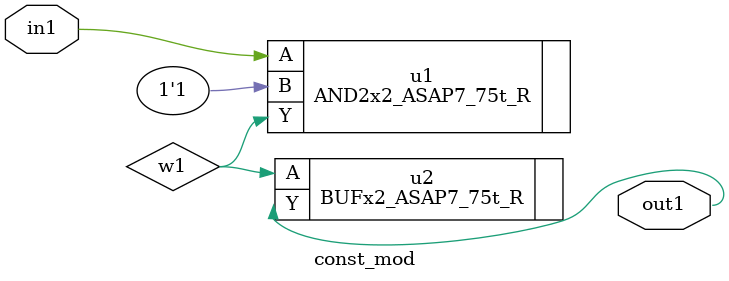
<source format=v>
module const_mod (input in1, output out1);
  wire w1;
  AND2x2_ASAP7_75t_R u1 (.A(in1), .B(1'b1), .Y(w1));
  BUFx2_ASAP7_75t_R u2 (.A(w1), .Y(out1));
endmodule

</source>
